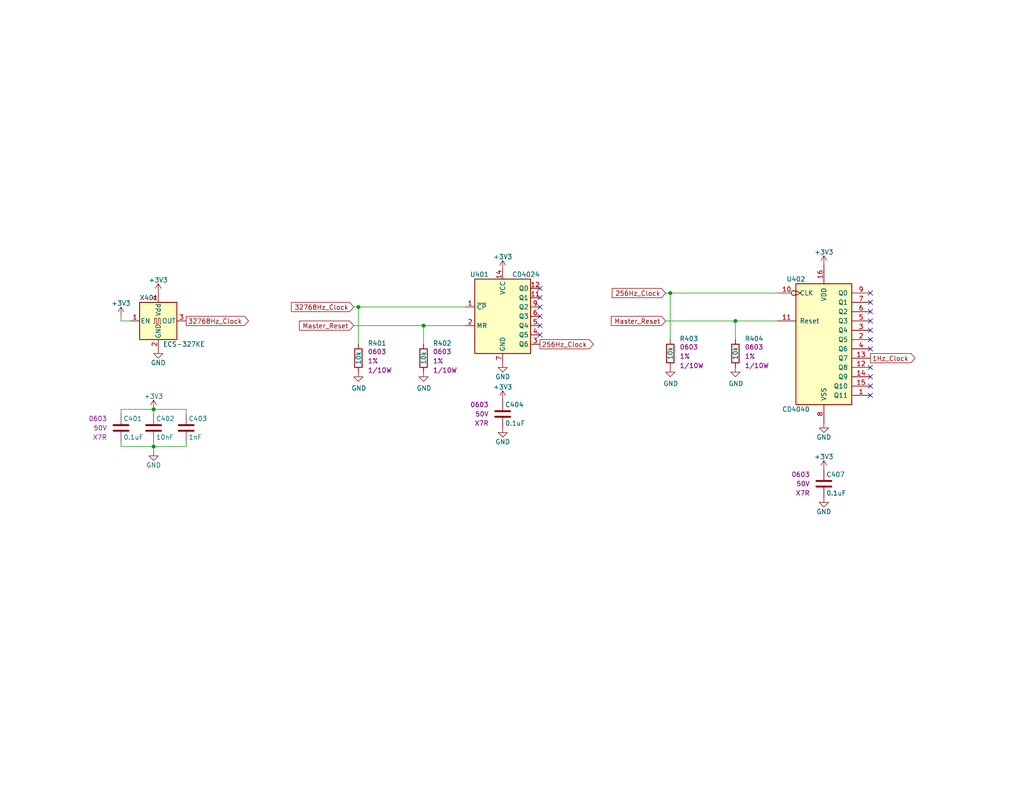
<source format=kicad_sch>
(kicad_sch (version 20230121) (generator eeschema)
  (paper "A")
  (title_block (title "Stopwatch") (date "2024-01-02") (rev "A") (company "Drew Maatman"))
  (lib_symbols
    (symbol "4xxx:4040" (pin_names (offset 1.016))
      (property "Reference" "U" (at -7.62 16.51 0))
      (property "Value" "4040" (at -7.62 -19.05 0))
      (symbol "4040_1_0"
        (pin output line (at 12.7 -15.24 180) (length 5.08) (name "Q11") (number "1"))
        (pin input inverted_clock (at -12.7 12.7 0) (length 5.08) (name "CLK") (number "10"))
        (pin input line (at -12.7 5.08 0) (length 5.08) (name "Reset") (number "11"))
        (pin output line (at 12.7 -7.62 180) (length 5.08) (name "Q8") (number "12"))
        (pin output line (at 12.7 -5.08 180) (length 5.08) (name "Q7") (number "13"))
        (pin output line (at 12.7 -10.16 180) (length 5.08) (name "Q9") (number "14"))
        (pin output line (at 12.7 -12.7 180) (length 5.08) (name "Q10") (number "15"))
        (pin power_in line (at 0 20.32 270) (length 5.08) (name "VDD") (number "16"))
        (pin output line (at 12.7 0 180) (length 5.08) (name "Q5") (number "2"))
        (pin output line (at 12.7 2.54 180) (length 5.08) (name "Q4") (number "3"))
        (pin output line (at 12.7 -2.54 180) (length 5.08) (name "Q6") (number "4"))
        (pin output line (at 12.7 5.08 180) (length 5.08) (name "Q3") (number "5"))
        (pin output line (at 12.7 7.62 180) (length 5.08) (name "Q2") (number "6"))
        (pin output line (at 12.7 10.16 180) (length 5.08) (name "Q1") (number "7"))
        (pin power_in line (at 0 -22.86 90) (length 5.08) (name "VSS") (number "8"))
        (pin output line (at 12.7 12.7 180) (length 5.08) (name "Q0") (number "9"))
      )
      (symbol "4040_1_1"
        (rectangle (start -7.62 15.24) (end 7.62 -17.78) (stroke (width 0.254)) (fill (type background)))
      )
    )
    (symbol "74xx:74HC4024"
      (property "Reference" "U" (at -6.35 11.43 0))
      (property "Value" "74HC4024" (at 6.35 11.43 0))
      (symbol "74HC4024_0_1"
        (rectangle (start -7.62 10.16) (end 7.62 -10.16) (stroke (width 0.254)) (fill (type background)))
      )
      (symbol "74HC4024_1_0"
        (pin input line (at -10.16 2.54 0) (length 2.54) (name "~{CP}") (number "1"))
        (pin no_connect line (at -7.62 5.08 0) (length 2.54) hide (name "~") (number "10"))
        (pin output line (at 10.16 5.08 180) (length 2.54) (name "Q1") (number "11"))
        (pin output line (at 10.16 7.62 180) (length 2.54) (name "Q0") (number "12"))
        (pin no_connect line (at -7.62 -5.08 0) (length 2.54) hide (name "~") (number "13"))
        (pin power_in line (at 0 12.7 270) (length 2.54) (name "VCC") (number "14"))
        (pin input line (at -10.16 -2.54 0) (length 2.54) (name "MR") (number "2"))
        (pin output line (at 10.16 -7.62 180) (length 2.54) (name "Q6") (number "3"))
        (pin output line (at 10.16 -5.08 180) (length 2.54) (name "Q5") (number "4"))
        (pin output line (at 10.16 -2.54 180) (length 2.54) (name "Q4") (number "5"))
        (pin output line (at 10.16 0 180) (length 2.54) (name "Q3") (number "6"))
        (pin power_in line (at 0 -12.7 90) (length 2.54) (name "GND") (number "7"))
        (pin no_connect line (at -7.62 7.62 0) (length 2.54) hide (name "~") (number "8"))
        (pin output line (at 10.16 2.54 180) (length 2.54) (name "Q2") (number "9"))
      )
    )
    (symbol "Custom_Library:C_Custom" (pin_numbers hide) (pin_names (offset 0.254))
      (property "Reference" "C" (at 0.635 2.54 0))
      (property "Value" "C_Custom" (at 0.635 -2.54 0))
      (property "display_footprint" "Foot" (at -3.81 2.54 0))
      (property "Voltage" "V" (at -3.81 0 0))
      (property "Dielectric" "Er" (at -3.81 -2.54 0))
      (symbol "C_Custom_0_1"
        (polyline (pts (xy -2.032 -0.762) (xy 2.032 -0.762)) (stroke (width 0.508)))
        (polyline (pts (xy -2.032 0.762) (xy 2.032 0.762)) (stroke (width 0.508)))
      )
      (symbol "C_Custom_1_1"
        (pin passive line (at 0 3.81 270) (length 2.794) (name "~") (number "1"))
        (pin passive line (at 0 -3.81 90) (length 2.794) (name "~") (number "2"))
      )
    )
    (symbol "Custom_Library:ECS-327KE" (pin_names (offset 0.254))
      (property "Reference" "X" (at -5.08 6.35 0))
      (property "Value" "ECS-327KE" (at 1.27 -6.35 0))
      (symbol "ECS-327KE_0_1"
        (rectangle (start -5.08 5.08) (end 5.08 -5.08) (stroke (width 0.254)) (fill (type background)))
        (polyline (pts (xy -1.27 -0.762) (xy -1.016 -0.762) (xy -1.016 0.762) (xy -0.508 0.762) (xy -0.508 -0.762) (xy 0 -0.762) (xy 0 0.762) (xy 0.508 0.762) (xy 0.508 -0.762) (xy 0.762 -0.762)))
      )
      (symbol "ECS-327KE_1_1"
        (pin input line (at -7.62 0 0) (length 2.54) (name "EN") (number "1"))
        (pin power_in line (at 0 -7.62 90) (length 2.54) (name "GND") (number "2"))
        (pin output line (at 7.62 0 180) (length 2.54) (name "OUT") (number "3"))
        (pin power_in line (at 0 7.62 270) (length 2.54) (name "Vdd") (number "4"))
      )
    )
    (symbol "Custom_Library:R_Custom" (pin_numbers hide) (pin_names (offset 1.016) hide)
      (property "Reference" "R" (at -2.54 0 90))
      (property "Value" "R_Custom" (at 0 0 90))
      (property "display_footprint" "Foot" (at 2.54 0 90))
      (property "Tolerance" "Tol" (at 5.08 0 90))
      (property "Wattage" "W" (at 7.62 0 90))
      (symbol "R_Custom_0_1"
        (rectangle (start 1.016 2.54) (end -1.016 -2.54) (stroke (width 0.254)))
      )
      (symbol "R_Custom_1_1"
        (pin passive line (at 0 3.81 270) (length 1.27) (name "1") (number "1"))
        (pin passive line (at 0 -3.81 90) (length 1.27) (name "2") (number "2"))
      )
    )
    (symbol "Incrementor-rescue:+3.3V-power" (power) (pin_names (offset 0))
      (property "Value" "+3.3V-power" (at 0 3.556 0))
      (symbol "+3.3V-power_0_1"
        (polyline (pts (xy -0.762 1.27) (xy 0 2.54)))
        (polyline (pts (xy 0 0) (xy 0 2.54)))
        (polyline (pts (xy 0 2.54) (xy 0.762 1.27)))
      )
      (symbol "+3.3V-power_1_1"
        (pin power_in line (at 0 0 90) (length 0) hide (name "+3V3") (number "1"))
      )
    )
    (symbol "power:GND" (power) (pin_names (offset 0))
      (property "Value" "GND" (at 0 -3.81 0))
      (symbol "GND_0_1"
        (polyline (pts (xy 0 0) (xy 0 -1.27) (xy 1.27 -1.27) (xy 0 -2.54) (xy -1.27 -1.27) (xy 0 -1.27)))
      )
      (symbol "GND_1_1"
        (pin power_in line (at 0 0 270) (length 0) hide (name "GND") (number "1"))
      )
    )
  )
  (junction (at 97.79 83.82))
  (junction (at 41.91 111.76))
  (junction (at 182.88 80.01))
  (junction (at 41.91 121.92))
  (junction (at 200.66 87.63))
  (junction (at 115.57 88.9))
  (no_connect (at 237.49 82.55))
  (no_connect (at 237.49 87.63))
  (no_connect (at 237.49 92.71))
  (no_connect (at 237.49 105.41))
  (no_connect (at 147.32 81.28))
  (no_connect (at 147.32 86.36))
  (no_connect (at 237.49 95.25))
  (no_connect (at 237.49 102.87))
  (no_connect (at 237.49 85.09))
  (no_connect (at 237.49 80.01))
  (no_connect (at 237.49 107.95))
  (no_connect (at 147.32 88.9))
  (no_connect (at 237.49 100.33))
  (no_connect (at 237.49 90.17))
  (no_connect (at 147.32 78.74))
  (no_connect (at 147.32 91.44))
  (no_connect (at 147.32 83.82))
  (wire (pts (xy 50.8 121.92) (xy 50.8 120.65)))
  (wire (pts (xy 41.91 111.76) (xy 33.02 111.76)))
  (wire (pts (xy 127 88.9) (xy 115.57 88.9)))
  (wire (pts (xy 41.91 111.76) (xy 41.91 113.03)))
  (wire (pts (xy 200.66 87.63) (xy 200.66 92.71)))
  (wire (pts (xy 41.91 123.19) (xy 41.91 121.92)))
  (wire (pts (xy 115.57 88.9) (xy 96.52 88.9)))
  (wire (pts (xy 33.02 121.92) (xy 33.02 120.65)))
  (wire (pts (xy 41.91 121.92) (xy 41.91 120.65)))
  (wire (pts (xy 200.66 87.63) (xy 181.61 87.63)))
  (wire (pts (xy 181.61 80.01) (xy 182.88 80.01)))
  (wire (pts (xy 33.02 111.76) (xy 33.02 113.03)))
  (wire (pts (xy 41.91 111.76) (xy 50.8 111.76)))
  (wire (pts (xy 33.02 87.63) (xy 33.02 86.36)))
  (wire (pts (xy 97.79 93.98) (xy 97.79 83.82)))
  (wire (pts (xy 115.57 88.9) (xy 115.57 93.98)))
  (wire (pts (xy 127 83.82) (xy 97.79 83.82)))
  (wire (pts (xy 41.91 121.92) (xy 50.8 121.92)))
  (wire (pts (xy 212.09 80.01) (xy 182.88 80.01)))
  (wire (pts (xy 41.91 121.92) (xy 33.02 121.92)))
  (wire (pts (xy 96.52 83.82) (xy 97.79 83.82)))
  (wire (pts (xy 35.56 87.63) (xy 33.02 87.63)))
  (wire (pts (xy 212.09 87.63) (xy 200.66 87.63)))
  (wire (pts (xy 182.88 80.01) (xy 182.88 92.71)))
  (wire (pts (xy 50.8 111.76) (xy 50.8 113.03)))
  (global_label "32768Hz_Clock" (shape output) (at 50.8 87.63 0) (property "Intersheetrefs" "${INTERSHEET_REFS}" (effects hide)))
  (global_label "1Hz_Clock" (shape output) (at 237.49 97.79 0) (property "Intersheetrefs" "${INTERSHEET_REFS}" (effects hide)))
  (global_label "256Hz_Clock" (shape output) (at 147.32 93.98 0) (property "Intersheetrefs" "${INTERSHEET_REFS}" (effects hide)))
  (global_label "Master_Reset" (shape input) (at 96.52 88.9 180) (property "Intersheetrefs" "${INTERSHEET_REFS}" (effects hide)))
  (global_label "32768Hz_Clock" (shape input) (at 96.52 83.82 180) (property "Intersheetrefs" "${INTERSHEET_REFS}" (effects hide)))
  (global_label "256Hz_Clock" (shape input) (at 181.61 80.01 180) (property "Intersheetrefs" "${INTERSHEET_REFS}" (effects hide)))
  (global_label "Master_Reset" (shape input) (at 181.61 87.63 180) (property "Intersheetrefs" "${INTERSHEET_REFS}" (effects hide)))
  (symbol (lib_id "power:GND") (at 43.18 95.25 0) (unit 1)
    (property "Reference" "#PWR0402" (effects hide))
    (property "Value" "GND" (at 43.18 99.06 0))
  )
  (symbol (lib_id "74xx:74HC4024") (at 137.16 86.36 0) (unit 1)
    (property "Reference" "U401" (at 130.81 74.93 0))
    (property "Value" "CD4024" (at 143.51 74.93 0))
    (property "Footprint" "Housings_SSOP:TSSOP-14_4.4x5mm_Pitch0.65mm" (effects hide))
    (property "Datasheet" "http://www.ti.com/lit/ds/symlink/cd4020b.pdf" (effects hide))
    (property "Digi-Key PN" "296-49578-ND" (effects hide))
  )
  (symbol (lib_id "Custom_Library:C_Custom") (at 33.02 116.84 0) (unit 1)
    (property "Reference" "C401" (at 33.655 114.3 0) (effects (justify left)))
    (property "Value" "0.1uF" (at 33.655 119.38 0) (effects (justify left)))
    (property "Footprint" "Capacitors_SMD:C_0603" (effects hide))
    (property "display_footprint" "0603" (at 29.21 114.3 0) (effects (justify right)))
    (property "Voltage" "50V" (at 29.21 116.84 0) (effects (justify right)))
    (property "Dielectric" "X7R" (at 29.21 119.38 0) (effects (justify right)))
    (property "Digi-Key PN" "311-1344-1-ND" (effects hide))
    (instances (project "Stopwatch" (path "" (reference "C401") (unit 1)) (path "" (reference "C?") (unit 1))))
  )
  (symbol (lib_id "Custom_Library:C_Custom") (at 41.91 116.84 0) (unit 1)
    (property "Reference" "C402" (at 42.545 114.3 0) (effects (justify left)))
    (property "Value" "10nF" (at 42.545 119.38 0) (effects (justify left)))
    (property "Footprint" "Capacitors_SMD:C_0603" (effects hide))
    (property "display_footprint" "0603" (effects hide))
    (property "Voltage" "50V" (effects hide))
    (property "Dielectric" "X7R" (effects hide))
    (property "Digi-Key PN" "1276-1921-1-ND" (effects hide))
    (instances (project "Stopwatch" (path "" (reference "C402") (unit 1)) (path "" (reference "C?") (unit 1))))
  )
  (symbol (lib_id "Custom_Library:C_Custom") (at 50.8 116.84 0) (unit 1)
    (property "Reference" "C403" (at 51.435 114.3 0) (effects (justify left)))
    (property "Value" "1nF" (at 51.435 119.38 0) (effects (justify left)))
    (property "Footprint" "Capacitors_SMD:C_0603" (effects hide))
    (property "display_footprint" "0603" (effects hide))
    (property "Voltage" "50V" (effects hide))
    (property "Dielectric" "X7R" (effects hide))
    (property "Digi-Key PN" "1276-1018-1-ND" (effects hide))
    (instances (project "Stopwatch" (path "" (reference "C403") (unit 1)) (path "" (reference "C?") (unit 1))))
  )
  (symbol (lib_id "Incrementor-rescue:+3.3V-power") (at 41.91 111.76 0) (unit 1)
    (property "Reference" "#PWR0403" (effects hide))
    (property "Value" "+3.3V" (at 41.91 108.204 0))
  )
  (symbol (lib_id "power:GND") (at 41.91 123.19 0) (unit 1)
    (property "Reference" "#PWR0404" (effects hide))
    (property "Value" "GND" (at 41.91 127 0))
  )
  (symbol (lib_id "Custom_Library:R_Custom") (at 97.79 97.79 0) (unit 1)
    (property "Reference" "R401" (at 100.33 93.726 0) (effects (justify left)))
    (property "Value" "10k" (at 97.79 99.568 90) (effects (justify left)))
    (property "Footprint" "Resistors_SMD:R_0603" (effects hide))
    (property "display_footprint" "0603" (at 100.33 96.012 0) (effects (justify left)))
    (property "Tolerance" "1%" (at 100.33 98.552 0) (effects (justify left)))
    (property "Wattage" "1/10W" (at 100.33 101.092 0) (effects (justify left)))
    (property "Digi-Key PN" "RMCF0603FT10K0CT-ND" (effects hide))
    (instances (project "Stopwatch" (path "" (reference "R401") (unit 1)) (path "" (reference "R?") (unit 1))))
  )
  (symbol (lib_id "power:GND") (at 97.79 101.6 0) (unit 1)
    (property "Reference" "#PWR0405" (effects hide))
    (property "Value" "GND" (at 97.917 105.9942 0))
    (instances (project "Stopwatch" (path "" (reference "#PWR0405") (unit 1)) (path "" (reference "#PWR?") (unit 1))))
  )
  (symbol (lib_id "Incrementor-rescue:+3.3V-power") (at 137.16 73.66 0) (unit 1)
    (property "Reference" "#PWR0407" (effects hide))
    (property "Value" "+3.3V" (at 137.16 70.104 0))
  )
  (symbol (lib_id "power:GND") (at 137.16 99.06 0) (unit 1)
    (property "Reference" "#PWR0408" (effects hide))
    (property "Value" "GND" (at 137.16 102.87 0))
  )
  (symbol (lib_id "power:GND") (at 115.57 101.6 0) (unit 1)
    (property "Reference" "#PWR0406" (effects hide))
    (property "Value" "GND" (at 115.697 105.9942 0))
    (instances (project "Stopwatch" (path "" (reference "#PWR0406") (unit 1)) (path "" (reference "#PWR?") (unit 1))))
  )
  (symbol (lib_id "Custom_Library:R_Custom") (at 115.57 97.79 0) (unit 1)
    (property "Reference" "R402" (at 118.11 93.726 0) (effects (justify left)))
    (property "Value" "10k" (at 115.57 99.568 90) (effects (justify left)))
    (property "Footprint" "Resistors_SMD:R_0603" (effects hide))
    (property "display_footprint" "0603" (at 118.11 96.012 0) (effects (justify left)))
    (property "Tolerance" "1%" (at 118.11 98.552 0) (effects (justify left)))
    (property "Wattage" "1/10W" (at 118.11 101.092 0) (effects (justify left)))
    (property "Digi-Key PN" "RMCF0603FT10K0CT-ND" (effects hide))
    (instances (project "Stopwatch" (path "" (reference "R402") (unit 1)) (path "" (reference "R?") (unit 1))))
  )
  (symbol (lib_id "Custom_Library:C_Custom") (at 137.16 113.03 0) (unit 1)
    (property "Reference" "C404" (at 137.795 110.49 0) (effects (justify left)))
    (property "Value" "0.1uF" (at 137.795 115.57 0) (effects (justify left)))
    (property "Footprint" "Capacitors_SMD:C_0603" (effects hide))
    (property "display_footprint" "0603" (at 133.35 110.49 0) (effects (justify right)))
    (property "Voltage" "50V" (at 133.35 113.03 0) (effects (justify right)))
    (property "Dielectric" "X7R" (at 133.35 115.57 0) (effects (justify right)))
    (property "Digi-Key PN" "311-1344-1-ND" (effects hide))
    (instances (project "Stopwatch" (path "" (reference "C404") (unit 1)) (path "" (reference "C?") (unit 1))))
  )
  (symbol (lib_id "power:GND") (at 137.16 116.84 0) (unit 1)
    (property "Reference" "#PWR0410" (effects hide))
    (property "Value" "GND" (at 137.16 120.65 0))
  )
  (symbol (lib_id "4xxx:4040") (at 224.79 92.71 0) (unit 1)
    (property "Reference" "U402" (at 217.17 76.2 0))
    (property "Value" "CD4040" (at 217.17 111.76 0))
    (property "Footprint" "Custom Footprints Library:DHVQFN16-1ep_3p5x2p5mm" (effects hide))
    (property "Datasheet" "http://www.intersil.com/content/dam/Intersil/documents/cd40/cd4020bms-24bms-40bms.pdf" (effects hide))
    (property "Digi-Key PN" "1727-7992-1-ND" (effects hide))
  )
  (symbol (lib_id "power:GND") (at 224.79 115.57 0) (unit 1)
    (property "Reference" "#PWR0414" (effects hide))
    (property "Value" "GND" (at 224.79 119.38 0))
  )
  (symbol (lib_id "Incrementor-rescue:+3.3V-power") (at 224.79 72.39 0) (unit 1)
    (property "Reference" "#PWR0413" (effects hide))
    (property "Value" "+3.3V" (at 224.79 68.834 0))
  )
  (symbol (lib_id "Custom_Library:R_Custom") (at 200.66 96.52 0) (unit 1)
    (property "Reference" "R404" (at 203.2 92.456 0) (effects (justify left)))
    (property "Value" "10k" (at 200.66 98.298 90) (effects (justify left)))
    (property "Footprint" "Resistors_SMD:R_0603" (effects hide))
    (property "display_footprint" "0603" (at 203.2 94.742 0) (effects (justify left)))
    (property "Tolerance" "1%" (at 203.2 97.282 0) (effects (justify left)))
    (property "Wattage" "1/10W" (at 203.2 99.822 0) (effects (justify left)))
    (property "Digi-Key PN" "RMCF0603FT10K0CT-ND" (effects hide))
    (instances (project "Stopwatch" (path "" (reference "R404") (unit 1)) (path "" (reference "R?") (unit 1))))
  )
  (symbol (lib_id "power:GND") (at 200.66 100.33 0) (unit 1)
    (property "Reference" "#PWR0412" (effects hide))
    (property "Value" "GND" (at 200.787 104.7242 0))
    (instances (project "Stopwatch" (path "" (reference "#PWR0412") (unit 1)) (path "" (reference "#PWR?") (unit 1))))
  )
  (symbol (lib_id "Custom_Library:R_Custom") (at 182.88 96.52 0) (unit 1)
    (property "Reference" "R403" (at 185.42 92.456 0) (effects (justify left)))
    (property "Value" "10k" (at 182.88 98.298 90) (effects (justify left)))
    (property "Footprint" "Resistors_SMD:R_0603" (effects hide))
    (property "display_footprint" "0603" (at 185.42 94.742 0) (effects (justify left)))
    (property "Tolerance" "1%" (at 185.42 97.282 0) (effects (justify left)))
    (property "Wattage" "1/10W" (at 185.42 99.822 0) (effects (justify left)))
    (property "Digi-Key PN" "RMCF0603FT10K0CT-ND" (effects hide))
    (instances (project "Stopwatch" (path "" (reference "R403") (unit 1)) (path "" (reference "R?") (unit 1))))
  )
  (symbol (lib_id "power:GND") (at 182.88 100.33 0) (unit 1)
    (property "Reference" "#PWR0411" (effects hide))
    (property "Value" "GND" (at 183.007 104.7242 0))
    (instances (project "Stopwatch" (path "" (reference "#PWR0411") (unit 1)) (path "" (reference "#PWR?") (unit 1))))
  )
  (symbol (lib_id "Custom_Library:C_Custom") (at 224.79 132.08 0) (unit 1)
    (property "Reference" "C407" (at 225.425 129.54 0) (effects (justify left)))
    (property "Value" "0.1uF" (at 225.425 134.62 0) (effects (justify left)))
    (property "Footprint" "Capacitors_SMD:C_0603" (effects hide))
    (property "display_footprint" "0603" (at 220.98 129.54 0) (effects (justify right)))
    (property "Voltage" "50V" (at 220.98 132.08 0) (effects (justify right)))
    (property "Dielectric" "X7R" (at 220.98 134.62 0) (effects (justify right)))
    (property "Digi-Key PN" "311-1344-1-ND" (effects hide))
    (instances (project "Stopwatch" (path "" (reference "C407") (unit 1)) (path "" (reference "C?") (unit 1))))
  )
  (symbol (lib_id "Incrementor-rescue:+3.3V-power") (at 224.79 128.27 0) (unit 1)
    (property "Reference" "#PWR0415" (effects hide))
    (property "Value" "+3.3V" (at 224.79 124.714 0))
  )
  (symbol (lib_id "power:GND") (at 224.79 135.89 0) (unit 1)
    (property "Reference" "#PWR0416" (effects hide))
    (property "Value" "GND" (at 224.79 139.7 0))
  )
  (symbol (lib_id "Incrementor-rescue:+3.3V-power") (at 137.16 109.22 0) (unit 1)
    (property "Reference" "#PWR0409" (effects hide))
    (property "Value" "+3.3V" (at 137.16 105.664 0))
  )
  (symbol (lib_id "Incrementor-rescue:+3.3V-power") (at 43.18 80.01 0) (unit 1)
    (property "Reference" "#PWR?" (effects hide))
    (property "Value" "+3.3V" (at 43.18 76.454 0))
  )
  (symbol (lib_id "Incrementor-rescue:+3.3V-power") (at 33.02 86.36 0) (unit 1)
    (property "Reference" "#PWR?" (effects hide))
    (property "Value" "+3.3V" (at 33.02 82.804 0))
  )
  (symbol (lib_id "Custom_Library:ECS-327KE") (at 43.18 87.63 0) (unit 1)
    (property "Reference" "X401" (at 38.1 81.28 0) (effects (justify left)))
    (property "Value" "ECS-327KE" (at 44.45 93.98 0) (effects (justify left)))
    (property "Footprint" "Custom Footprints Library:ECS-327KE" (effects hide))
    (property "Digi-Key PN" "XC1751CT-ND" (effects hide))
  )
)
</source>
